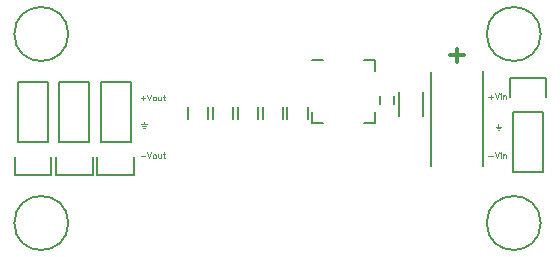
<source format=gto>
G04 #@! TF.FileFunction,Legend,Top*
%FSLAX46Y46*%
G04 Gerber Fmt 4.6, Leading zero omitted, Abs format (unit mm)*
G04 Created by KiCad (PCBNEW (2016-03-20 BZR 6634, Git a4ba01f)-product) date 4/5/2016 10:18:16 AM*
%MOMM*%
G01*
G04 APERTURE LIST*
%ADD10C,0.100000*%
%ADD11C,0.300000*%
%ADD12C,0.150000*%
G04 APERTURE END LIST*
D10*
D11*
X157628572Y-84807143D02*
X158771429Y-84807143D01*
X158200000Y-85378571D02*
X158200000Y-84235714D01*
D10*
X131461905Y-90640476D02*
X131938095Y-90640476D01*
X131557143Y-90783333D02*
X131842857Y-90783333D01*
X131700000Y-90426190D02*
X131700000Y-90640476D01*
X131747619Y-90926190D02*
X131652381Y-90926190D01*
X131419048Y-93335714D02*
X131800000Y-93335714D01*
X131966667Y-93026190D02*
X132133334Y-93526190D01*
X132300000Y-93026190D01*
X132538095Y-93526190D02*
X132490476Y-93502381D01*
X132466667Y-93478571D01*
X132442857Y-93430952D01*
X132442857Y-93288095D01*
X132466667Y-93240476D01*
X132490476Y-93216667D01*
X132538095Y-93192857D01*
X132609524Y-93192857D01*
X132657143Y-93216667D01*
X132680952Y-93240476D01*
X132704762Y-93288095D01*
X132704762Y-93430952D01*
X132680952Y-93478571D01*
X132657143Y-93502381D01*
X132609524Y-93526190D01*
X132538095Y-93526190D01*
X133133333Y-93192857D02*
X133133333Y-93526190D01*
X132919048Y-93192857D02*
X132919048Y-93454762D01*
X132942857Y-93502381D01*
X132990476Y-93526190D01*
X133061905Y-93526190D01*
X133109524Y-93502381D01*
X133133333Y-93478571D01*
X133300000Y-93192857D02*
X133490476Y-93192857D01*
X133371429Y-93026190D02*
X133371429Y-93454762D01*
X133395238Y-93502381D01*
X133442857Y-93526190D01*
X133490476Y-93526190D01*
X131419048Y-88435714D02*
X131800000Y-88435714D01*
X131609524Y-88626190D02*
X131609524Y-88245238D01*
X131966667Y-88126190D02*
X132133334Y-88626190D01*
X132300000Y-88126190D01*
X132538095Y-88626190D02*
X132490476Y-88602381D01*
X132466667Y-88578571D01*
X132442857Y-88530952D01*
X132442857Y-88388095D01*
X132466667Y-88340476D01*
X132490476Y-88316667D01*
X132538095Y-88292857D01*
X132609524Y-88292857D01*
X132657143Y-88316667D01*
X132680952Y-88340476D01*
X132704762Y-88388095D01*
X132704762Y-88530952D01*
X132680952Y-88578571D01*
X132657143Y-88602381D01*
X132609524Y-88626190D01*
X132538095Y-88626190D01*
X133133333Y-88292857D02*
X133133333Y-88626190D01*
X132919048Y-88292857D02*
X132919048Y-88554762D01*
X132942857Y-88602381D01*
X132990476Y-88626190D01*
X133061905Y-88626190D01*
X133109524Y-88602381D01*
X133133333Y-88578571D01*
X133300000Y-88292857D02*
X133490476Y-88292857D01*
X133371429Y-88126190D02*
X133371429Y-88554762D01*
X133395238Y-88602381D01*
X133442857Y-88626190D01*
X133490476Y-88626190D01*
X160850001Y-88335714D02*
X161230953Y-88335714D01*
X161040477Y-88526190D02*
X161040477Y-88145238D01*
X161397620Y-88026190D02*
X161564287Y-88526190D01*
X161730953Y-88026190D01*
X161897620Y-88526190D02*
X161897620Y-88192857D01*
X161897620Y-88026190D02*
X161873810Y-88050000D01*
X161897620Y-88073810D01*
X161921429Y-88050000D01*
X161897620Y-88026190D01*
X161897620Y-88073810D01*
X162135715Y-88192857D02*
X162135715Y-88526190D01*
X162135715Y-88240476D02*
X162159524Y-88216667D01*
X162207143Y-88192857D01*
X162278572Y-88192857D01*
X162326191Y-88216667D01*
X162350000Y-88264286D01*
X162350000Y-88526190D01*
X161461905Y-90840476D02*
X161938095Y-90840476D01*
X161557143Y-90983333D02*
X161842857Y-90983333D01*
X161700000Y-90626190D02*
X161700000Y-90840476D01*
X161747619Y-91126190D02*
X161652381Y-91126190D01*
X160850001Y-93335714D02*
X161230953Y-93335714D01*
X161397620Y-93026190D02*
X161564287Y-93526190D01*
X161730953Y-93026190D01*
X161897620Y-93526190D02*
X161897620Y-93192857D01*
X161897620Y-93026190D02*
X161873810Y-93050000D01*
X161897620Y-93073810D01*
X161921429Y-93050000D01*
X161897620Y-93026190D01*
X161897620Y-93073810D01*
X162135715Y-93192857D02*
X162135715Y-93526190D01*
X162135715Y-93240476D02*
X162159524Y-93216667D01*
X162207143Y-93192857D01*
X162278572Y-93192857D01*
X162326191Y-93216667D01*
X162350000Y-93264286D01*
X162350000Y-93526190D01*
D12*
X145550000Y-90200000D02*
X145550000Y-89200000D01*
X143850000Y-89200000D02*
X143850000Y-90200000D01*
X143450000Y-90200000D02*
X143450000Y-89200000D01*
X141750000Y-89200000D02*
X141750000Y-90200000D01*
X141350000Y-90200000D02*
X141350000Y-89200000D01*
X139650000Y-89200000D02*
X139650000Y-90200000D01*
X139250000Y-90200000D02*
X139250000Y-89200000D01*
X137550000Y-89200000D02*
X137550000Y-90200000D01*
X137150000Y-90200000D02*
X137150000Y-89200000D01*
X135450000Y-89200000D02*
X135450000Y-90200000D01*
X165750000Y-88300000D02*
X165750000Y-86750000D01*
X165750000Y-86750000D02*
X162650000Y-86750000D01*
X162650000Y-86750000D02*
X162650000Y-88300000D01*
X165470000Y-89570000D02*
X165470000Y-94650000D01*
X165470000Y-94650000D02*
X162930000Y-94650000D01*
X162930000Y-94650000D02*
X162930000Y-89570000D01*
X162930000Y-89570000D02*
X165470000Y-89570000D01*
X155325000Y-89900000D02*
X155325000Y-87900000D01*
X153275000Y-87900000D02*
X153275000Y-89900000D01*
X152900000Y-88250000D02*
X152900000Y-88950000D01*
X151700000Y-88950000D02*
X151700000Y-88250000D01*
X151250000Y-85225000D02*
X151250000Y-86150000D01*
X145950000Y-90525000D02*
X145950000Y-89600000D01*
X151250000Y-90525000D02*
X151250000Y-89600000D01*
X145950000Y-85225000D02*
X146875000Y-85225000D01*
X145950000Y-90525000D02*
X146875000Y-90525000D01*
X151250000Y-90525000D02*
X150325000Y-90525000D01*
X151250000Y-85225000D02*
X150325000Y-85225000D01*
X156000000Y-86200000D02*
X156000000Y-94200000D01*
X160400000Y-94200000D02*
X160400000Y-86100000D01*
X124250000Y-93400000D02*
X124250000Y-94950000D01*
X124250000Y-94950000D02*
X127350000Y-94950000D01*
X127350000Y-94950000D02*
X127350000Y-93400000D01*
X124530000Y-92130000D02*
X124530000Y-87050000D01*
X124530000Y-87050000D02*
X127070000Y-87050000D01*
X127070000Y-87050000D02*
X127070000Y-92130000D01*
X127070000Y-92130000D02*
X124530000Y-92130000D01*
X127750000Y-93400000D02*
X127750000Y-94950000D01*
X127750000Y-94950000D02*
X130850000Y-94950000D01*
X130850000Y-94950000D02*
X130850000Y-93400000D01*
X128030000Y-92130000D02*
X128030000Y-87050000D01*
X128030000Y-87050000D02*
X130570000Y-87050000D01*
X130570000Y-87050000D02*
X130570000Y-92130000D01*
X130570000Y-92130000D02*
X128030000Y-92130000D01*
X125286000Y-99000000D02*
G75*
G03X125286000Y-99000000I-2286000J0D01*
G01*
X125286000Y-83000000D02*
G75*
G03X125286000Y-83000000I-2286000J0D01*
G01*
X165286000Y-99000000D02*
G75*
G03X165286000Y-99000000I-2286000J0D01*
G01*
X165286000Y-83000000D02*
G75*
G03X165286000Y-83000000I-2286000J0D01*
G01*
X120750000Y-93400000D02*
X120750000Y-94950000D01*
X120750000Y-94950000D02*
X123850000Y-94950000D01*
X123850000Y-94950000D02*
X123850000Y-93400000D01*
X121030000Y-92130000D02*
X121030000Y-87050000D01*
X121030000Y-87050000D02*
X123570000Y-87050000D01*
X123570000Y-87050000D02*
X123570000Y-92130000D01*
X123570000Y-92130000D02*
X121030000Y-92130000D01*
M02*

</source>
